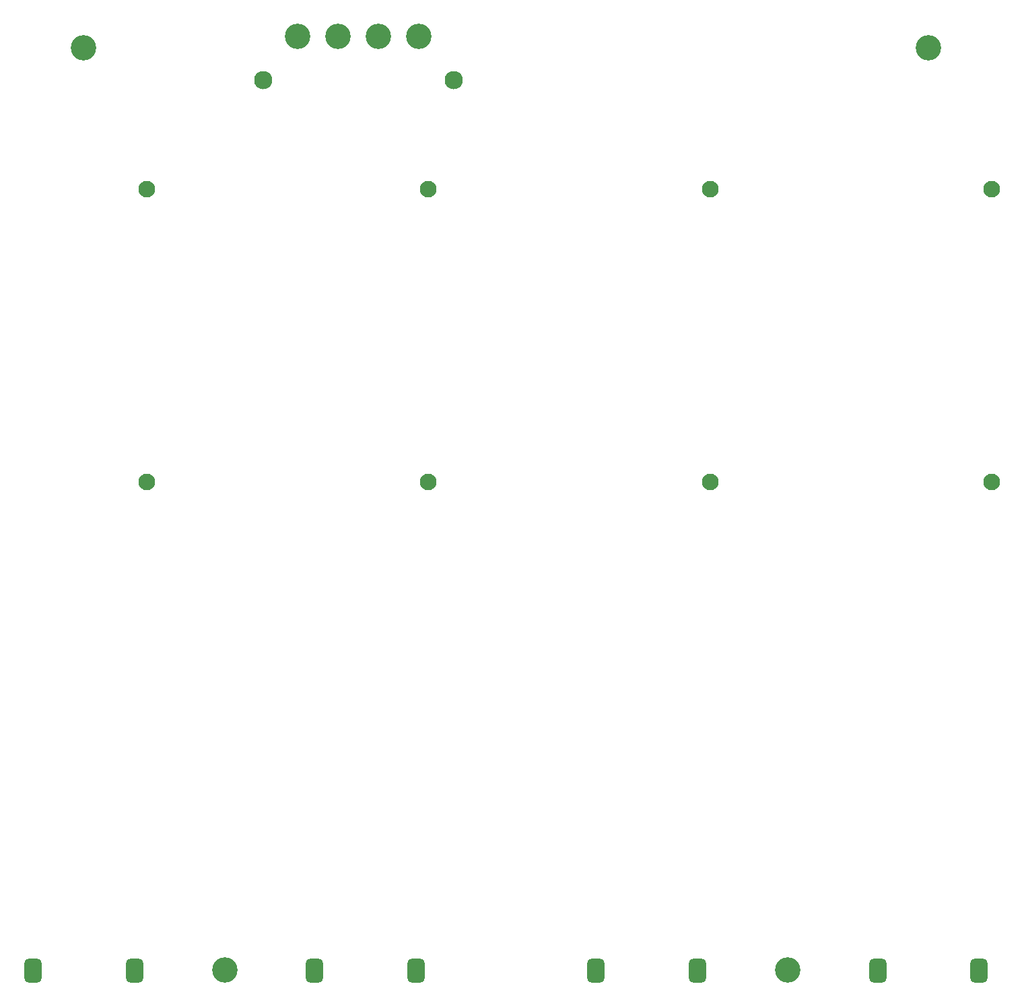
<source format=gbr>
%TF.GenerationSoftware,KiCad,Pcbnew,7.0.9*%
%TF.CreationDate,2024-03-30T19:36:49+01:00*%
%TF.ProjectId,8x-sata-backplane,38782d73-6174-4612-9d62-61636b706c61,rev?*%
%TF.SameCoordinates,Original*%
%TF.FileFunction,Soldermask,Bot*%
%TF.FilePolarity,Negative*%
%FSLAX46Y46*%
G04 Gerber Fmt 4.6, Leading zero omitted, Abs format (unit mm)*
G04 Created by KiCad (PCBNEW 7.0.9) date 2024-03-30 19:36:49*
%MOMM*%
%LPD*%
G01*
G04 APERTURE LIST*
G04 Aperture macros list*
%AMRoundRect*
0 Rectangle with rounded corners*
0 $1 Rounding radius*
0 $2 $3 $4 $5 $6 $7 $8 $9 X,Y pos of 4 corners*
0 Add a 4 corners polygon primitive as box body*
4,1,4,$2,$3,$4,$5,$6,$7,$8,$9,$2,$3,0*
0 Add four circle primitives for the rounded corners*
1,1,$1+$1,$2,$3*
1,1,$1+$1,$4,$5*
1,1,$1+$1,$6,$7*
1,1,$1+$1,$8,$9*
0 Add four rect primitives between the rounded corners*
20,1,$1+$1,$2,$3,$4,$5,0*
20,1,$1+$1,$4,$5,$6,$7,0*
20,1,$1+$1,$6,$7,$8,$9,0*
20,1,$1+$1,$8,$9,$2,$3,0*%
G04 Aperture macros list end*
%ADD10C,2.300000*%
%ADD11C,3.200000*%
%ADD12C,2.100000*%
%ADD13RoundRect,0.550000X0.550000X0.950000X-0.550000X0.950000X-0.550000X-0.950000X0.550000X-0.950000X0*%
G04 APERTURE END LIST*
D10*
%TO.C,J9*%
X59882000Y-32004000D03*
X83882000Y-32004000D03*
D11*
X79502000Y-26554000D03*
X74422000Y-26554000D03*
X69342000Y-26554000D03*
X64262000Y-26554000D03*
%TD*%
D12*
%TO.C,J7*%
X151483000Y-82535000D03*
X151483000Y-45735000D03*
%TD*%
D13*
%TO.C,J6*%
X101768000Y-144038000D03*
X114508000Y-144038000D03*
%TD*%
D12*
%TO.C,J1*%
X45283000Y-82535000D03*
X45283000Y-45735000D03*
%TD*%
D11*
%TO.C,REF\u002A\u002A*%
X125838000Y-144000000D03*
%TD*%
D13*
%TO.C,J4*%
X66368000Y-144038000D03*
X79108000Y-144038000D03*
%TD*%
D11*
%TO.C,REF\u002A\u002A*%
X143538000Y-28000000D03*
%TD*%
%TO.C,REF\u002A\u002A*%
X55038000Y-144000000D03*
%TD*%
D12*
%TO.C,J5*%
X116083000Y-82535000D03*
X116083000Y-45735000D03*
%TD*%
D13*
%TO.C,J8*%
X137168000Y-144058000D03*
X149908000Y-144058000D03*
%TD*%
D11*
%TO.C,REF\u002A\u002A*%
X37338000Y-28000000D03*
%TD*%
D13*
%TO.C,J2*%
X30968000Y-144038000D03*
X43708000Y-144038000D03*
%TD*%
D12*
%TO.C,J3*%
X80683000Y-82535000D03*
X80683000Y-45735000D03*
%TD*%
M02*

</source>
